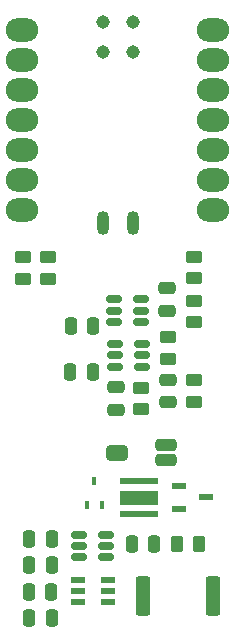
<source format=gbr>
%TF.GenerationSoftware,KiCad,Pcbnew,(6.0.7-1)-1*%
%TF.CreationDate,2022-09-21T15:36:28+10:00*%
%TF.ProjectId,open_jip,6f70656e-5f6a-4697-902e-6b696361645f,rev?*%
%TF.SameCoordinates,Original*%
%TF.FileFunction,Soldermask,Top*%
%TF.FilePolarity,Negative*%
%FSLAX46Y46*%
G04 Gerber Fmt 4.6, Leading zero omitted, Abs format (unit mm)*
G04 Created by KiCad (PCBNEW (6.0.7-1)-1) date 2022-09-21 15:36:28*
%MOMM*%
%LPD*%
G01*
G04 APERTURE LIST*
G04 Aperture macros list*
%AMRoundRect*
0 Rectangle with rounded corners*
0 $1 Rounding radius*
0 $2 $3 $4 $5 $6 $7 $8 $9 X,Y pos of 4 corners*
0 Add a 4 corners polygon primitive as box body*
4,1,4,$2,$3,$4,$5,$6,$7,$8,$9,$2,$3,0*
0 Add four circle primitives for the rounded corners*
1,1,$1+$1,$2,$3*
1,1,$1+$1,$4,$5*
1,1,$1+$1,$6,$7*
1,1,$1+$1,$8,$9*
0 Add four rect primitives between the rounded corners*
20,1,$1+$1,$2,$3,$4,$5,0*
20,1,$1+$1,$4,$5,$6,$7,0*
20,1,$1+$1,$6,$7,$8,$9,0*
20,1,$1+$1,$8,$9,$2,$3,0*%
G04 Aperture macros list end*
%ADD10RoundRect,0.250000X-0.450000X0.262500X-0.450000X-0.262500X0.450000X-0.262500X0.450000X0.262500X0*%
%ADD11RoundRect,0.250000X0.475000X-0.250000X0.475000X0.250000X-0.475000X0.250000X-0.475000X-0.250000X0*%
%ADD12RoundRect,0.250000X0.250000X0.475000X-0.250000X0.475000X-0.250000X-0.475000X0.250000X-0.475000X0*%
%ADD13RoundRect,0.250000X-0.262500X-0.450000X0.262500X-0.450000X0.262500X0.450000X-0.262500X0.450000X0*%
%ADD14RoundRect,0.150000X0.512500X0.150000X-0.512500X0.150000X-0.512500X-0.150000X0.512500X-0.150000X0*%
%ADD15R,3.300000X0.500000*%
%ADD16R,3.300000X1.300000*%
%ADD17R,1.270000X0.482600*%
%ADD18O,2.748280X1.998980*%
%ADD19O,1.016000X2.032000*%
%ADD20C,1.143000*%
%ADD21RoundRect,0.040600X-0.564400X-0.249400X0.564400X-0.249400X0.564400X0.249400X-0.564400X0.249400X0*%
%ADD22RoundRect,0.250000X0.450000X-0.262500X0.450000X0.262500X-0.450000X0.262500X-0.450000X-0.262500X0*%
%ADD23RoundRect,0.150000X-0.512500X-0.150000X0.512500X-0.150000X0.512500X0.150000X-0.512500X0.150000X0*%
%ADD24RoundRect,0.250000X-0.250000X-0.475000X0.250000X-0.475000X0.250000X0.475000X-0.250000X0.475000X0*%
%ADD25R,0.450000X0.700000*%
%ADD26RoundRect,0.250000X-0.362500X-1.425000X0.362500X-1.425000X0.362500X1.425000X-0.362500X1.425000X0*%
%ADD27RoundRect,0.250000X-0.475000X0.250000X-0.475000X-0.250000X0.475000X-0.250000X0.475000X0.250000X0*%
%ADD28RoundRect,0.247000X0.653000X0.403000X-0.653000X0.403000X-0.653000X-0.403000X0.653000X-0.403000X0*%
%ADD29RoundRect,0.250000X0.650000X0.250000X-0.650000X0.250000X-0.650000X-0.250000X0.650000X-0.250000X0*%
G04 APERTURE END LIST*
D10*
%TO.C,R4*%
X112187500Y-92100000D03*
X112187500Y-93925000D03*
%TD*%
D11*
%TO.C,C5*%
X109887500Y-96662500D03*
X109887500Y-94762500D03*
%TD*%
D12*
%TO.C,C7*%
X100050000Y-120500000D03*
X98150000Y-120500000D03*
%TD*%
D13*
%TO.C,R8*%
X110750000Y-116400000D03*
X112575000Y-116400000D03*
%TD*%
D14*
%TO.C,U1*%
X107725000Y-101400000D03*
X107725000Y-100450000D03*
X107725000Y-99500000D03*
X105450000Y-99500000D03*
X105450000Y-100450000D03*
X105450000Y-101400000D03*
%TD*%
D15*
%TO.C,D2*%
X107500000Y-113900000D03*
X107500000Y-111100000D03*
D16*
X107500000Y-112500000D03*
%TD*%
D17*
%TO.C,R10*%
X110912400Y-111512500D03*
X110912400Y-113417500D03*
X113147600Y-112465000D03*
%TD*%
D18*
%TO.C,U5*%
X97571120Y-72939800D03*
X97571120Y-75479800D03*
X97571120Y-78019800D03*
X97571120Y-80559800D03*
X97571120Y-83099800D03*
X97571120Y-85639800D03*
X97571120Y-88179800D03*
X113735680Y-88179800D03*
X113735680Y-85639800D03*
X113735680Y-83099800D03*
X113735680Y-80559800D03*
X113735680Y-78019800D03*
X113735680Y-75479800D03*
X113735680Y-72939800D03*
D19*
X104438000Y-89257620D03*
X106988000Y-89257620D03*
D20*
X104436803Y-72253433D03*
X106976803Y-72253433D03*
X104436803Y-74793433D03*
X106976803Y-74793433D03*
%TD*%
D21*
%TO.C,U3*%
X102351500Y-119450000D03*
X102351500Y-120400000D03*
X102351500Y-121350000D03*
X104861500Y-121350000D03*
X104861500Y-120400000D03*
X104861500Y-119450000D03*
%TD*%
D22*
%TO.C,R7*%
X99800000Y-93975000D03*
X99800000Y-92150000D03*
%TD*%
D23*
%TO.C,U4*%
X102425000Y-115650000D03*
X102425000Y-116600000D03*
X102425000Y-117550000D03*
X104700000Y-117550000D03*
X104700000Y-116600000D03*
X104700000Y-115650000D03*
%TD*%
D24*
%TO.C,C3*%
X101687500Y-101850000D03*
X103587500Y-101850000D03*
%TD*%
D25*
%TO.C,Q1*%
X103050000Y-113100000D03*
X104350000Y-113100000D03*
X103700000Y-111100000D03*
%TD*%
D26*
%TO.C,R9*%
X107837500Y-120800000D03*
X113762500Y-120800000D03*
%TD*%
D24*
%TO.C,C10*%
X98200000Y-116000000D03*
X100100000Y-116000000D03*
%TD*%
D22*
%TO.C,R3*%
X107687500Y-105004000D03*
X107687500Y-103179000D03*
%TD*%
D27*
%TO.C,C1*%
X109937500Y-102512500D03*
X109937500Y-104412500D03*
%TD*%
D14*
%TO.C,U2*%
X107675000Y-97612500D03*
X107675000Y-96662500D03*
X107675000Y-95712500D03*
X105400000Y-95712500D03*
X105400000Y-96662500D03*
X105400000Y-97612500D03*
%TD*%
D22*
%TO.C,R5*%
X112187500Y-97637500D03*
X112187500Y-95812500D03*
%TD*%
D24*
%TO.C,C4*%
X101700000Y-97950000D03*
X103600000Y-97950000D03*
%TD*%
D12*
%TO.C,C8*%
X100100000Y-122700000D03*
X98200000Y-122700000D03*
%TD*%
%TO.C,C6*%
X100100000Y-118200000D03*
X98200000Y-118200000D03*
%TD*%
D28*
%TO.C,D1*%
X105600000Y-108700000D03*
D29*
X109800000Y-108050000D03*
X109800000Y-109350000D03*
%TD*%
D22*
%TO.C,R6*%
X97700000Y-93950000D03*
X97700000Y-92125000D03*
%TD*%
D12*
%TO.C,C9*%
X108762500Y-116400000D03*
X106862500Y-116400000D03*
%TD*%
D11*
%TO.C,C2*%
X105537500Y-105050000D03*
X105537500Y-103150000D03*
%TD*%
D22*
%TO.C,R2*%
X112137500Y-104362500D03*
X112137500Y-102537500D03*
%TD*%
%TO.C,R1*%
X109937500Y-100762500D03*
X109937500Y-98937500D03*
%TD*%
M02*

</source>
